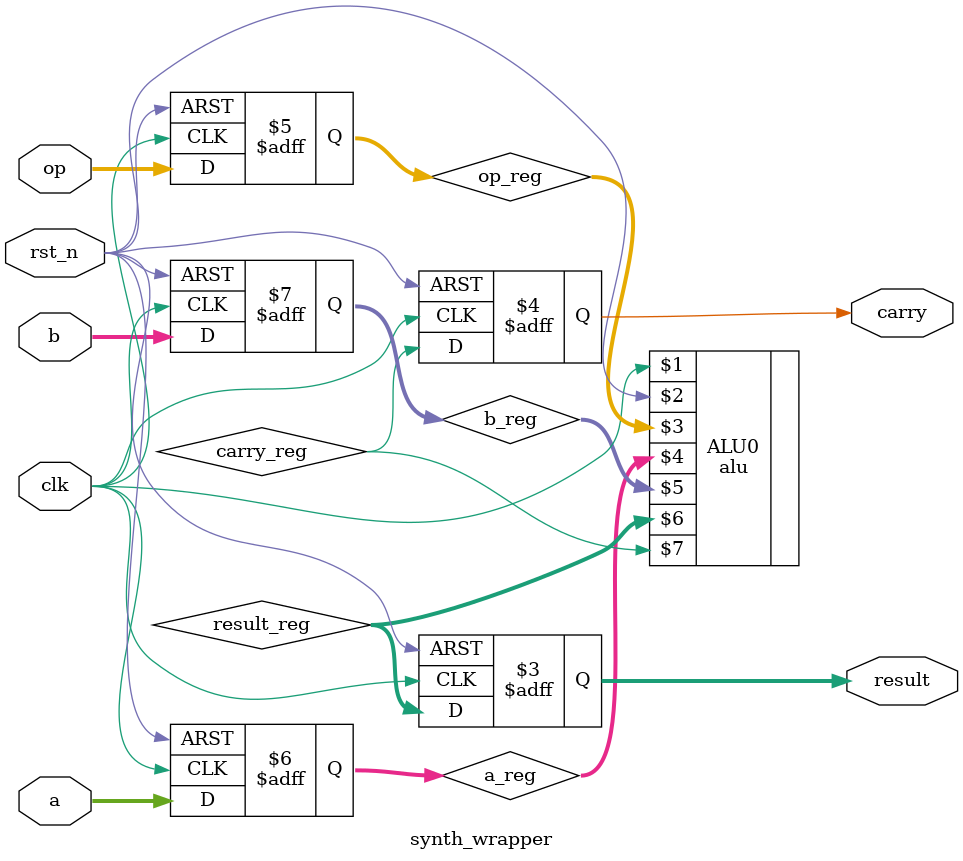
<source format=v>
module synth_wrapper(
	input wire clk,
	input wire rst_n,
	input wire [2:0] op,
	input wire [3:0] a,
	input wire [3:0] b,
	output reg [3:0] result,
	output reg carry
	);

	reg [2:0] op_reg;
	reg [3:0]  a_reg, b_reg;
	reg [3:0] result_reg;
	reg carry_reg;
	
	always @(posedge clk, negedge rst_n) begin
		if (!rst_n) begin
			a_reg <= 4'b0000;
			b_reg <= 4'b0000;
			op_reg <= 3'b000;
			result <= 4'b0000;
			carry <= 1'b0;
		end
		else begin
			a_reg <= a;
			b_reg <= b;
			op_reg <= op;
			result <= result_reg;
			carry <= carry_reg;
		end
	end
	
	alu ALU0(clk, rst_n, op_reg, a_reg, b_reg, result_reg, carry_reg);
	
endmodule

</source>
